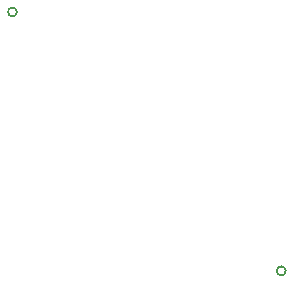
<source format=gbr>
%TF.GenerationSoftware,KiCad,Pcbnew,(5.1.9)-1*%
%TF.CreationDate,2021-03-13T15:06:10+01:00*%
%TF.ProjectId,Microcontroller,4d696372-6f63-46f6-9e74-726f6c6c6572,rev?*%
%TF.SameCoordinates,Original*%
%TF.FileFunction,Legend,Bot*%
%TF.FilePolarity,Positive*%
%FSLAX46Y46*%
G04 Gerber Fmt 4.6, Leading zero omitted, Abs format (unit mm)*
G04 Created by KiCad (PCBNEW (5.1.9)-1) date 2021-03-13 15:06:10*
%MOMM*%
%LPD*%
G01*
G04 APERTURE LIST*
%ADD10C,0.152400*%
G04 APERTURE END LIST*
D10*
%TO.C,J2*%
X66631000Y-144485000D02*
G75*
G03*
X66631000Y-144485000I-381000J0D01*
G01*
%TO.C,J1*%
X43876000Y-122570000D02*
G75*
G03*
X43876000Y-122570000I-381000J0D01*
G01*
%TD*%
M02*

</source>
